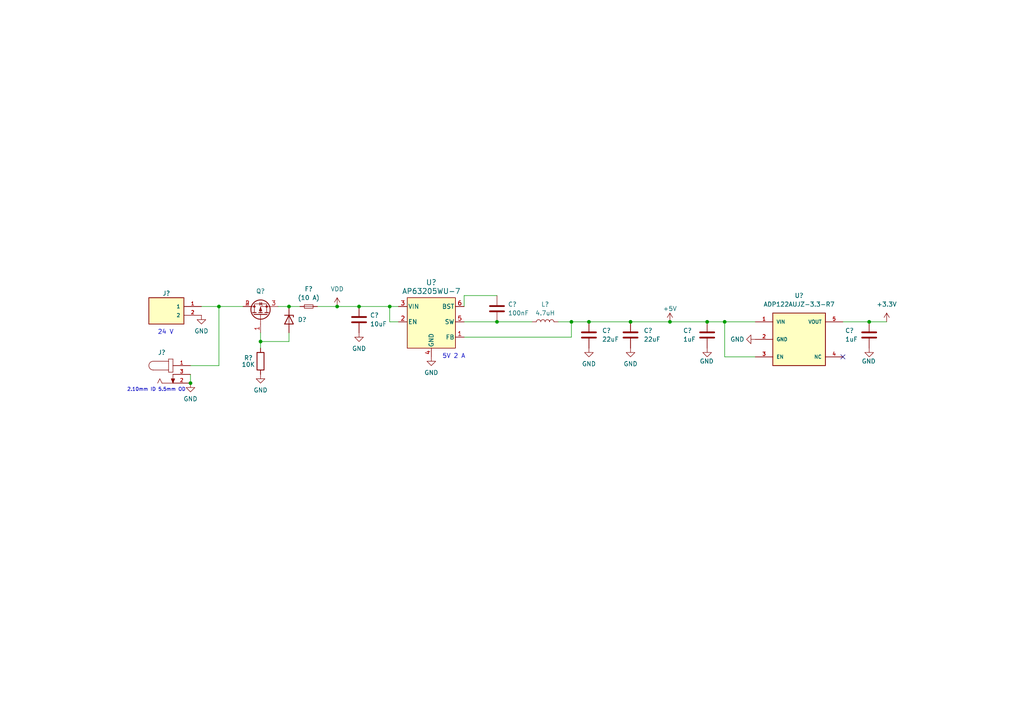
<source format=kicad_sch>
(kicad_sch (version 20230121) (generator eeschema)
  (paper "A4")
  (lib_symbols
    (symbol "Device:C" (pin_numbers hide) (pin_names (offset 0.254))
      (property "Reference" "C" (at 0.635 2.54 0))
      (property "Value" "C" (at 0.635 -2.54 0))
      (symbol "C_0_1"
        (polyline (pts (xy -2.032 -0.762) (xy 2.032 -0.762)) (stroke (width 0.508)))
        (polyline (pts (xy -2.032 0.762) (xy 2.032 0.762)) (stroke (width 0.508)))
      )
      (symbol "C_1_1"
        (pin passive line (at 0 3.81 270) (length 2.794) (name "~") (number "1"))
        (pin passive line (at 0 -3.81 90) (length 2.794) (name "~") (number "2"))
      )
    )
    (symbol "Device:D_Zener" (pin_numbers hide) (pin_names (offset 1.016) hide)
      (property "Reference" "D" (at 0 2.54 0))
      (property "Value" "D_Zener" (at 0 -2.54 0))
      (symbol "D_Zener_0_1"
        (polyline (pts (xy 1.27 0) (xy -1.27 0)))
        (polyline (pts (xy -1.27 -1.27) (xy -1.27 1.27) (xy -0.762 1.27)) (stroke (width 0.254)))
        (polyline (pts (xy 1.27 -1.27) (xy 1.27 1.27) (xy -1.27 0) (xy 1.27 -1.27)) (stroke (width 0.254)))
      )
      (symbol "D_Zener_1_1"
        (pin passive line (at -3.81 0 0) (length 2.54) (name "K") (number "1"))
        (pin passive line (at 3.81 0 180) (length 2.54) (name "A") (number "2"))
      )
    )
    (symbol "Device:Fuse_Small" (pin_numbers hide) (pin_names (offset 0.254) hide)
      (property "Reference" "F" (at 0 -1.524 0))
      (property "Value" "Fuse_Small" (at 0 1.524 0))
      (symbol "Fuse_Small_0_1"
        (rectangle (start -1.27 0.508) (end 1.27 -0.508))
        (polyline (pts (xy -1.27 0) (xy 1.27 0)))
      )
      (symbol "Fuse_Small_1_1"
        (pin passive line (at -2.54 0 0) (length 1.27) (name "~") (number "1"))
        (pin passive line (at 2.54 0 180) (length 1.27) (name "~") (number "2"))
      )
    )
    (symbol "Device:L" (pin_numbers hide) (pin_names (offset 1.016) hide)
      (property "Reference" "L" (at -1.27 0 90))
      (property "Value" "L" (at 1.905 0 90))
      (symbol "L_0_1"
        (arc (start 0 -2.54) (mid 0.6323 -1.905) (end 0 -1.27))
        (arc (start 0 -1.27) (mid 0.6323 -0.635) (end 0 0))
        (arc (start 0 0) (mid 0.6323 0.635) (end 0 1.27))
        (arc (start 0 1.27) (mid 0.6323 1.905) (end 0 2.54))
      )
      (symbol "L_1_1"
        (pin passive line (at 0 3.81 270) (length 1.27) (name "1") (number "1"))
        (pin passive line (at 0 -3.81 90) (length 1.27) (name "2") (number "2"))
      )
    )
    (symbol "Device:R" (pin_numbers hide) (pin_names (offset 0))
      (property "Reference" "R" (at 2.032 0 90))
      (property "Value" "R" (at 0 0 90))
      (symbol "R_0_1"
        (rectangle (start -1.016 -2.54) (end 1.016 2.54) (stroke (width 0.254)))
      )
      (symbol "R_1_1"
        (pin passive line (at 0 3.81 270) (length 1.27) (name "~") (number "1"))
        (pin passive line (at 0 -3.81 90) (length 1.27) (name "~") (number "2"))
      )
    )
    (symbol "connectors:PJ-002A" (pin_names (offset 1.016))
      (property "Reference" "J" (at -7.6212 5.0808 0))
      (property "Value" "PJ-002A" (at -7.6324 -5.0882 0))
      (symbol "PJ-002A_0_0"
        (arc (start -5.715 3.81) (mid -6.9795 2.54) (end -5.715 1.27) (stroke (width 0.1524)))
        (polyline (pts (xy -5.715 3.81) (xy -1.27 3.81)) (stroke (width 0.1524)))
        (polyline (pts (xy -3.81 -1.27) (xy -4.445 -2.54)) (stroke (width 0.1524)))
        (polyline (pts (xy -3.175 -2.54) (xy -3.81 -1.27)) (stroke (width 0.1524)))
        (polyline (pts (xy -1.27 0.635) (xy 0 0.635)) (stroke (width 0.1524)))
        (polyline (pts (xy -1.27 1.27) (xy -5.715 1.27)) (stroke (width 0.1524)))
        (polyline (pts (xy -1.27 1.27) (xy -1.27 0.635)) (stroke (width 0.1524)))
        (polyline (pts (xy -1.27 3.81) (xy -1.27 1.27)) (stroke (width 0.1524)))
        (polyline (pts (xy -1.27 4.445) (xy -1.27 3.81)) (stroke (width 0.1524)))
        (polyline (pts (xy 0 -2.54) (xy -3.175 -2.54)) (stroke (width 0.1524)))
        (polyline (pts (xy 0 0) (xy 0 -2.54)) (stroke (width 0.1524)))
        (polyline (pts (xy 0 0.635) (xy 0 4.445)) (stroke (width 0.1524)))
        (polyline (pts (xy 0 4.445) (xy -1.27 4.445)) (stroke (width 0.1524)))
        (polyline (pts (xy 0 -2.54) (xy -0.508 -1.27) (xy 0.508 -1.27) (xy 0 -2.54)) (stroke (width 0.1524)) (fill (type outline)))
        (pin passive line (at 5.08 2.54 180) (length 5.08) (name "~") (number "1"))
        (pin passive line (at 5.08 -2.54 180) (length 5.08) (name "~") (number "2"))
        (pin passive line (at 5.08 0 180) (length 5.08) (name "~") (number "3"))
      )
    )
    (symbol "connectors:TBP02R2-381-02BE" (pin_names (offset 1.016))
      (property "Reference" "J" (at -5.58 5.08 0))
      (property "Value" "TBP02R2-381-02BE" (at -5.08 -5.08 0))
      (symbol "TBP02R2-381-02BE_0_0"
        (rectangle (start -5.08 -2.54) (end 5.08 5.08) (stroke (width 0.254)) (fill (type background)))
        (pin passive line (at -10.16 2.54 0) (length 5.08) (name "1") (number "1"))
        (pin passive line (at -10.16 0 0) (length 5.08) (name "2") (number "2"))
      )
    )
    (symbol "ldo:ADP122AUJZ-3.3-R7" (pin_names (offset 1.016))
      (property "Reference" "U" (at 0 0 0))
      (property "Value" "ADP122AUJZ-3.3-R7" (at 0 0 0))
      (symbol "ADP122AUJZ-3.3-R7_0_0"
        (rectangle (start -5.08 -5.08) (end 10.16 10.16) (stroke (width 0.254)) (fill (type background)))
        (pin bidirectional line (at -10.16 7.62 0) (length 5.08) (name "VIN") (number "1"))
        (pin bidirectional line (at -10.16 2.54 0) (length 5.08) (name "GND") (number "2"))
        (pin bidirectional line (at -10.16 -2.54 0) (length 5.08) (name "EN") (number "3"))
        (pin bidirectional line (at 15.24 -2.54 180) (length 5.08) (name "NC") (number "4"))
        (pin bidirectional line (at 15.24 7.62 180) (length 5.08) (name "VOUT") (number "5"))
      )
    )
    (symbol "ldo:AP63205WU-7" (pin_names (offset 0.254))
      (property "Reference" "U" (at 20.32 10.16 0))
      (property "Value" "AP63205WU-7" (at 20.32 7.62 0))
      (symbol "AP63205WU-7_1_1"
        (rectangle (start 6.985 5.08) (end 20.955 -9.525) (stroke (width 0.2)) (fill (type background)))
        (pin input line (at 23.495 -6.35 180) (length 2.54) (name "FB") (number "1"))
        (pin input line (at 4.445 -1.905 0) (length 2.54) (name "EN") (number "2"))
        (pin power_in line (at 4.445 2.54 0) (length 2.54) (name "VIN") (number "3"))
        (pin power_out line (at 13.97 -12.065 90) (length 2.54) (name "GND") (number "4"))
        (pin output line (at 23.495 -1.905 180) (length 2.54) (name "SW") (number "5"))
        (pin input line (at 23.495 2.54 180) (length 2.54) (name "BST") (number "6"))
      )
    )
    (symbol "mosfets:DMP6023LE"
      (property "Reference" "Q" (at 0 0 0))
      (symbol "DMP6023LE_0_1"
        (polyline (pts (xy 3.429 -3.175) (xy 0.635 -3.175)))
        (polyline (pts (xy 3.429 -1.27) (xy 3.429 -5.08)) (stroke (width 0.254)))
        (polyline (pts (xy 3.937 -4.445) (xy 3.937 -5.461)) (stroke (width 0.254)))
        (polyline (pts (xy 3.937 -2.667) (xy 3.937 -3.683)) (stroke (width 0.254)))
        (polyline (pts (xy 3.937 -0.889) (xy 3.937 -1.905)) (stroke (width 0.254)))
        (polyline (pts (xy 5.715 -0.635) (xy 5.715 -1.397)))
        (polyline (pts (xy 5.715 -5.715) (xy 5.715 -3.175) (xy 3.937 -3.175)))
        (polyline (pts (xy 3.937 -1.397) (xy 6.477 -1.397) (xy 6.477 -4.953) (xy 3.937 -4.953)))
        (polyline (pts (xy 5.461 -3.175) (xy 4.445 -2.794) (xy 4.445 -3.556) (xy 5.461 -3.175)) (fill (type outline)))
        (polyline (pts (xy 5.969 -3.683) (xy 6.096 -3.556) (xy 6.858 -3.556) (xy 6.985 -3.429)))
        (polyline (pts (xy 6.477 -3.556) (xy 6.096 -2.921) (xy 6.858 -2.921) (xy 6.477 -3.556)))
        (circle (center 4.826 -3.175) (radius 2.794) (stroke (width 0.254)))
        (circle (center 5.715 -4.953) (radius 0.254) (fill (type outline)))
        (circle (center 5.715 -1.397) (radius 0.254) (fill (type outline)))
      )
      (symbol "DMP6023LE_1_1"
        (pin input line (at -1.905 -3.175 0) (length 2.54) (name "") (number "1"))
        (pin passive line (at 5.715 1.905 270) (length 2.54) (name "") (number "2"))
        (pin passive line (at 5.715 -8.255 90) (length 2.54) (name "") (number "3"))
        (pin passive line (at 5.715 -8.255 90) (length 2.54) hide (name "S") (number "3"))
        (pin passive line (at 5.715 -8.255 90) (length 2.54) hide (name "S") (number "3"))
        (pin passive line (at 5.715 1.905 270) (length 2.54) (name "") (number "4"))
      )
    )
    (symbol "power:+3.3V" (power) (pin_names (offset 0))
      (property "Value" "+3.3V" (at 0 3.556 0))
      (symbol "+3.3V_0_1"
        (polyline (pts (xy -0.762 1.27) (xy 0 2.54)))
        (polyline (pts (xy 0 0) (xy 0 2.54)))
        (polyline (pts (xy 0 2.54) (xy 0.762 1.27)))
      )
      (symbol "+3.3V_1_1"
        (pin power_in line (at 0 0 90) (length 0) hide (name "+3.3V") (number "1"))
      )
    )
    (symbol "power:+5V" (power) (pin_names (offset 0))
      (property "Value" "+5V" (at 0 3.556 0))
      (symbol "+5V_0_1"
        (polyline (pts (xy -0.762 1.27) (xy 0 2.54)))
        (polyline (pts (xy 0 0) (xy 0 2.54)))
        (polyline (pts (xy 0 2.54) (xy 0.762 1.27)))
      )
      (symbol "+5V_1_1"
        (pin power_in line (at 0 0 90) (length 0) hide (name "+5V") (number "1"))
      )
    )
    (symbol "power:GND" (power) (pin_names (offset 0))
      (property "Value" "GND" (at 0 -3.81 0))
      (symbol "GND_0_1"
        (polyline (pts (xy 0 0) (xy 0 -1.27) (xy 1.27 -1.27) (xy 0 -2.54) (xy -1.27 -1.27) (xy 0 -1.27)))
      )
      (symbol "GND_1_1"
        (pin power_in line (at 0 0 270) (length 0) hide (name "GND") (number "1"))
      )
    )
    (symbol "power:VDD" (power) (pin_names (offset 0))
      (property "Value" "VDD" (at 0 3.81 0))
      (symbol "VDD_0_1"
        (polyline (pts (xy -0.762 1.27) (xy 0 2.54)))
        (polyline (pts (xy 0 0) (xy 0 2.54)))
        (polyline (pts (xy 0 2.54) (xy 0.762 1.27)))
      )
      (symbol "VDD_1_1"
        (pin power_in line (at 0 0 90) (length 0) hide (name "VDD") (number "1"))
      )
    )
  )
  (junction (at 144.145 93.345))
  (junction (at 170.815 93.345))
  (junction (at 113.03 88.9))
  (junction (at 83.82 88.9))
  (junction (at 75.565 99.06))
  (junction (at 210.185 93.345))
  (junction (at 252.095 93.345))
  (junction (at 63.5 88.9))
  (junction (at 205.105 93.345))
  (junction (at 194.31 93.345))
  (junction (at 165.735 93.345))
  (junction (at 55.245 111.125))
  (junction (at 104.14 88.9))
  (junction (at 97.79 88.9))
  (junction (at 182.88 93.345))
  (no_connect (at 244.475 103.505))
  (wire (pts (xy 113.03 93.345) (xy 113.03 88.9)))
  (wire (pts (xy 252.095 93.345) (xy 257.175 93.345)))
  (wire (pts (xy 92.075 88.9) (xy 97.79 88.9)))
  (wire (pts (xy 55.245 108.585) (xy 55.245 111.125)))
  (wire (pts (xy 244.475 93.345) (xy 252.095 93.345)))
  (wire (pts (xy 161.925 93.345) (xy 165.735 93.345)))
  (wire (pts (xy 182.88 93.345) (xy 194.31 93.345)))
  (wire (pts (xy 144.145 93.345) (xy 154.305 93.345)))
  (wire (pts (xy 210.185 103.505) (xy 210.185 93.345)))
  (wire (pts (xy 113.03 88.9) (xy 104.14 88.9)))
  (wire (pts (xy 165.735 93.345) (xy 170.815 93.345)))
  (wire (pts (xy 210.185 93.345) (xy 219.075 93.345)))
  (wire (pts (xy 80.645 88.9) (xy 83.82 88.9)))
  (wire (pts (xy 115.57 93.345) (xy 113.03 93.345)))
  (wire (pts (xy 134.62 85.725) (xy 144.145 85.725)))
  (wire (pts (xy 75.565 99.06) (xy 75.565 100.965)))
  (wire (pts (xy 58.42 88.9) (xy 63.5 88.9)))
  (wire (pts (xy 134.62 93.345) (xy 144.145 93.345)))
  (wire (pts (xy 83.82 88.9) (xy 86.995 88.9)))
  (wire (pts (xy 219.075 103.505) (xy 210.185 103.505)))
  (wire (pts (xy 63.5 88.9) (xy 70.485 88.9)))
  (wire (pts (xy 97.79 88.9) (xy 104.14 88.9)))
  (wire (pts (xy 165.735 93.345) (xy 165.735 97.79)))
  (wire (pts (xy 75.565 96.52) (xy 75.565 99.06)))
  (wire (pts (xy 75.565 99.06) (xy 83.82 99.06)))
  (wire (pts (xy 205.105 93.345) (xy 210.185 93.345)))
  (wire (pts (xy 55.245 106.045) (xy 63.5 106.045)))
  (wire (pts (xy 115.57 88.9) (xy 113.03 88.9)))
  (wire (pts (xy 63.5 106.045) (xy 63.5 88.9)))
  (wire (pts (xy 134.62 88.9) (xy 134.62 85.725)))
  (wire (pts (xy 165.735 97.79) (xy 134.62 97.79)))
  (wire (pts (xy 194.31 93.345) (xy 205.105 93.345)))
  (wire (pts (xy 83.82 96.52) (xy 83.82 99.06)))
  (wire (pts (xy 170.815 93.345) (xy 182.88 93.345)))
  (text "24 V" (at 45.72 97.155 0) (effects (font (size 1.27 1.27)) (justify left bottom)))
  (text "5V 2 A" (at 128.27 104.14 0) (effects (font (size 1.27 1.27)) (justify left bottom)))
  (text "2.10mm ID 5.5mm OD" (at 36.83 113.665 0) (effects (font (size 1 1)) (justify left bottom)))
  (symbol (lib_id "Device:R") (at 75.565 104.775 180) (unit 1)
    (property "Reference" "R?" (at 73.3425 103.8225 0) (effects (justify left)))
    (property "Value" "10K" (at 73.9775 105.7275 0) (effects (justify left)))
    (property "Footprint" "Resistor_SMD:R_0805_2012Metric" (effects hide))
    (instances (project "phenobottle" (path "" (reference "R?") (unit 1)) (path "" (reference "R?") (unit 1))) (project "open-jip" (path "" (reference "R2") (unit 1))) (project "u-nit" (path "" (reference "R2") (unit 1))) (project "blackbox" (path "" (reference "R1") (unit 1))))
  )
  (symbol (lib_id "Device:D_Zener") (at 83.82 92.71 270) (unit 1)
    (property "Reference" "D?" (at 86.36 92.71 90) (effects (justify left)))
    (property "Value" "D_Zener" (effects hide))
    (property "Footprint" "diodes:MMSZ4700T1G" (effects hide))
    (instances (project "phenobottle" (path "" (reference "D?") (unit 1)) (path "" (reference "D?") (unit 1))) (project "open-jip" (path "" (reference "D1") (unit 1))) (project "u-nit" (path "" (reference "D1") (unit 1))))
  )
  (symbol (lib_id "power:GND") (at 252.095 100.965 0) (unit 1)
    (property "Reference" "#PWR?" (effects hide))
    (property "Value" "GND" (at 254 104.775 0) (effects (justify right)))
    (instances (project "phenobottle" (path "" (reference "#PWR?") (unit 1)) (path "" (reference "#PWR061") (unit 1))) (project "open-jip" (path "" (reference "#PWR030") (unit 1))) (project "u-nit" (path "" (reference "#PWR042") (unit 1))) (project "blackbox" (path "" (reference "#PWR011") (unit 1))))
  )
  (symbol (lib_id "Device:C") (at 170.815 97.155 0) (unit 1)
    (property "Reference" "C?" (at 174.625 95.885 0) (effects (justify left)))
    (property "Value" "22uF" (at 174.625 98.425 0) (effects (justify left)))
    (property "Footprint" "Capacitor_SMD:C_0805_2012Metric" (effects hide))
    (instances (project "phenobottle" (path "" (reference "C?") (unit 1))) (project "open-jip" (path "" (reference "C11") (unit 1))) (project "u-nit" (path "" (reference "C8") (unit 1))) (project "blackbox" (path "" (reference "C6") (unit 1))))
  )
  (symbol (lib_id "Device:C") (at 144.145 89.535 0) (unit 1)
    (property "Reference" "C?" (at 147.32 88.265 0) (effects (justify left)))
    (property "Value" "100nF" (at 147.32 90.805 0) (effects (justify left)))
    (property "Footprint" "Capacitor_SMD:C_0805_2012Metric" (effects hide))
    (instances (project "phenobottle" (path "" (reference "C?") (unit 1))) (project "open-jip" (path "" (reference "C10") (unit 1))) (project "u-nit" (path "" (reference "C2") (unit 1))) (project "blackbox" (path "" (reference "C4") (unit 1))))
  )
  (symbol (lib_id "Device:L") (at 158.115 93.345 90) (unit 1)
    (property "Reference" "L?" (at 158.115 88.265 90))
    (property "Value" "4.7uH" (at 158.115 90.805 90))
    (property "Footprint" "Inductor_SMD:L_Bourns_SRN8040TA" (effects hide))
    (property "Part" "SRN8040-4R7Y" (effects hide))
    (instances (project "phenobottle" (path "" (reference "L?") (unit 1))) (project "open-jip" (path "" (reference "L1") (unit 1))))
  )
  (symbol (lib_id "power:GND") (at 205.105 100.965 0) (unit 1)
    (property "Reference" "#PWR?" (effects hide))
    (property "Value" "GND" (at 207.01 104.775 0) (effects (justify right)))
    (instances (project "phenobottle" (path "" (reference "#PWR?") (unit 1)) (path "" (reference "#PWR059") (unit 1))) (project "open-jip" (path "" (reference "#PWR028") (unit 1))) (project "u-nit" (path "" (reference "#PWR031") (unit 1))) (project "blackbox" (path "" (reference "#PWR011") (unit 1))))
  )
  (symbol (lib_id "power:GND") (at 55.245 111.125 0) (unit 1)
    (property "Reference" "#PWR?" (effects hide))
    (property "Value" "GND" (at 55.245 115.697 0))
    (instances (project "phenobottle" (path "" (reference "#PWR?") (unit 1)) (path "" (reference "#PWR035") (unit 1))) (project "open-jip" (path "" (reference "#PWR019") (unit 1))) (project "u-nit" (path "" (reference "#PWR03") (unit 1))) (project "blackbox" (path "" (reference "#PWR012") (unit 1))))
  )
  (symbol (lib_id "power:+5V") (at 194.31 93.345 0) (unit 1)
    (property "Reference" "#PWR?" (effects hide))
    (property "Value" "+5V" (at 194.31 89.535 0))
    (instances (project "phenobottle" (path "" (reference "#PWR?") (unit 1)) (path "" (reference "#PWR058") (unit 1))) (project "open-jip" (path "" (reference "#PWR027") (unit 1))) (project "u-nit" (path "" (reference "#PWR024") (unit 1))))
  )
  (symbol (lib_id "connectors:TBP02R2-381-02BE") (at 48.26 91.44 0) (mirror y) (unit 1)
    (property "Reference" "J?" (at 48.26 85.09 0))
    (property "Value" "TBP02R2-381-02BE" (effects hide))
    (property "Footprint" "connectors:TBP02R2-381-02BE" (effects hide))
    (property "MF" "CUI Devices" (effects hide))
    (property "Description" "2~24 Poles, Pluggable, Receptacle, Vertical, 3.81 Pitch, Terminal Block Connector" (effects hide))
    (property "Package" "None" (effects hide))
    (property "Price" "None" (effects hide))
    (property "Check_prices" "https://www.snapeda.com/parts/TBP02R2-381-02BE/CUI+Devices/view-part/?ref=eda" (effects hide))
    (property "STANDARD" "Manufacturer Recommendations" (effects hide))
    (property "SnapEDA_Link" "https://www.snapeda.com/parts/TBP02R2-381-02BE/CUI+Devices/view-part/?ref=snap" (effects hide))
    (property "MP" "TBP02R2-381-02BE" (effects hide))
    (property "Purchase-URL" "https://pricing.snapeda.com/search?q=TBP02R2-381-02BE&ref=eda" (effects hide))
    (property "CUI_purchase_URL" "https://www.cuidevices.com/product/interconnect/connectors/terminal-blocks/tbp02r2-381-series?utm_source=snapeda.com&utm_medium=referral&utm_campaign=snapedaBOM" (effects hide))
    (property "Availability" "In Stock" (effects hide))
    (property "MANUFACTURER" "CUI" (effects hide))
    (instances (project "phenobottle" (path "" (reference "J?") (unit 1)) (path "" (reference "J?") (unit 1))) (project "open-jip" (path "" (reference "J2") (unit 1))) (project "u-nit" (path "" (reference "J1") (unit 1))))
  )
  (symbol (lib_id "power:GND") (at 125.095 103.505 0) (unit 1)
    (property "Reference" "#PWR0107" (effects hide))
    (property "Value" "GND" (at 125.095 108.077 0))
    (instances (project "phenobottle" (path "" (reference "#PWR0107") (unit 1))) (project "open-jip" (path "" (reference "#PWR024") (unit 1))) (project "u-nit" (path "" (reference "#PWR016") (unit 1))) (project "blackbox" (path "" (reference "#PWR012") (unit 1))))
  )
  (symbol (lib_id "power:+3.3V") (at 257.175 93.345 0) (unit 1)
    (property "Reference" "#PWR?" (effects hide))
    (property "Value" "+3.3V" (at 257.175 88.265 0))
    (instances (project "phenobottle" (path "" (reference "#PWR?") (unit 1)) (path "" (reference "#PWR062") (unit 1))) (project "open-jip" (path "" (reference "#PWR031") (unit 1))) (project "u-nit" (path "" (reference "#PWR044") (unit 1))))
  )
  (symbol (lib_id "ldo:ADP122AUJZ-3.3-R7") (at 229.235 100.965 0) (unit 1)
    (property "Reference" "U?" (at 231.775 85.725 0))
    (property "Value" "ADP122AUJZ-3.3-R7" (at 231.775 88.265 0))
    (property "Footprint" "ldo:ADP122AUJZ-3.3-R7" (effects hide))
    (property "MF" "Analog Devices" (effects hide))
    (property "Description" "\n5.5 V Input, 300 mA, Low Quiescent Current, CMOS Linear Regulator, Fixed Output Voltage\n" (effects hide))
    (property "Package" "TSOT-5 Analog Devices" (effects hide))
    (property "Price" "None" (effects hide))
    (property "SnapEDA_Link" "https://www.snapeda.com/parts/ADP122AUJZ-3.3-R7/Analog+Devices/view-part/?ref=snap" (effects hide))
    (property "MP" "ADP122AUJZ-3.3-R7" (effects hide))
    (property "Purchase-URL" "https://pricing.snapeda.com/search?q=ADP122AUJZ-3.3-R7&ref=eda" (effects hide))
    (property "Availability" "In Stock" (effects hide))
    (property "Check_prices" "https://www.snapeda.com/parts/ADP122AUJZ-3.3-R7/Analog+Devices/view-part/?ref=eda" (effects hide))
    (instances (project "phenobottle" (path "" (reference "U?") (unit 1)) (path "" (reference "U?") (unit 1))) (project "open-jip" (path "" (reference "U3") (unit 1))) (project "u-nit" (path "" (reference "U3") (unit 1))))
  )
  (symbol (lib_id "power:GND") (at 170.815 100.965 0) (unit 1)
    (property "Reference" "#PWR0108" (effects hide))
    (property "Value" "GND" (at 170.815 105.537 0))
    (instances (project "phenobottle" (path "" (reference "#PWR0108") (unit 1))) (project "open-jip" (path "" (reference "#PWR025") (unit 1))) (project "u-nit" (path "" (reference "#PWR016") (unit 1))) (project "blackbox" (path "" (reference "#PWR012") (unit 1))))
  )
  (symbol (lib_id "Device:Fuse_Small") (at 89.535 88.9 180) (unit 1)
    (property "Reference" "F?" (at 89.535 83.82 0))
    (property "Value" "(10 A)" (at 89.535 86.36 0))
    (property "Footprint" "fuses:0154010.DRL" (effects hide))
    (property "Part" "0154010.DRL" (effects hide))
    (instances (project "phenobottle" (path "" (reference "F?") (unit 1)) (path "" (reference "F?") (unit 1))) (project "open-jip" (path "" (reference "F1") (unit 1))) (project "u-nit" (path "" (reference "F1") (unit 1))))
  )
  (symbol (lib_id "power:VDD") (at 97.79 88.9 0) (unit 1)
    (property "Reference" "#PWR080" (effects hide))
    (property "Value" "VDD" (at 97.79 83.82 0))
    (instances (project "phenobottle" (path "" (reference "#PWR080") (unit 1))) (project "open-jip" (path "" (reference "#PWR022") (unit 1))) (project "u-nit" (path "" (reference "#PWR011") (unit 1))))
  )
  (symbol (lib_id "power:GND") (at 219.075 98.425 270) (unit 1)
    (property "Reference" "#PWR?" (effects hide))
    (property "Value" "GND" (at 215.9 98.425 90) (effects (justify right)))
    (instances (project "phenobottle" (path "" (reference "#PWR?") (unit 1)) (path "" (reference "#PWR060") (unit 1))) (project "open-jip" (path "" (reference "#PWR029") (unit 1))) (project "u-nit" (path "" (reference "#PWR034") (unit 1))) (project "blackbox" (path "" (reference "#PWR011") (unit 1))))
  )
  (symbol (lib_id "Device:C") (at 104.14 92.71 0) (unit 1)
    (property "Reference" "C?" (at 107.315 91.44 0) (effects (justify left)))
    (property "Value" "10uF" (at 107.315 93.98 0) (effects (justify left)))
    (property "Footprint" "Capacitor_SMD:C_0805_2012Metric" (effects hide))
    (instances (project "phenobottle" (path "" (reference "C?") (unit 1))) (project "open-jip" (path "" (reference "C9") (unit 1))) (project "u-nit" (path "" (reference "C2") (unit 1))) (project "blackbox" (path "" (reference "C4") (unit 1))))
  )
  (symbol (lib_id "Device:C") (at 205.105 97.155 0) (unit 1)
    (property "Reference" "C?" (at 198.12 95.885 0) (effects (justify left)))
    (property "Value" "1uF" (at 198.12 98.425 0) (effects (justify left)))
    (property "Footprint" "Capacitor_SMD:C_0805_2012Metric" (effects hide))
    (instances (project "phenobottle" (path "" (reference "C?") (unit 1)) (path "" (reference "C?") (unit 1))) (project "open-jip" (path "" (reference "C13") (unit 1))) (project "u-nit" (path "" (reference "C10") (unit 1))) (project "blackbox" (path "" (reference "C6") (unit 1))))
  )
  (symbol (lib_id "connectors:PJ-002A") (at 50.165 108.585 0) (unit 1)
    (property "Reference" "J?" (at 46.9292 102.235 0))
    (property "Value" "PJ-002A" (effects hide))
    (property "Footprint" "connectors:PJ-002A" (effects hide))
    (property "MF" "CUI Devices" (effects hide))
    (property "Description" "2.0 x 6.5 mm, 2.5 A, Horizontal, Through Hole, Dc Power Jack Connector" (effects hide))
    (property "Package" "None" (effects hide))
    (property "Price" "None" (effects hide))
    (property "Check_prices" "https://www.snapeda.com/parts/PJ-002A/CUI+Devices/view-part/?ref=eda" (effects hide))
    (property "STANDARD" "Manufacturer recommendations" (effects hide))
    (property "SnapEDA_Link" "https://www.snapeda.com/parts/PJ-002A/CUI+Devices/view-part/?ref=snap" (effects hide))
    (property "MP" "PJ-002A" (effects hide))
    (property "Purchase-URL" "https://pricing.snapeda.com/search?q=PJ-002A&ref=eda" (effects hide))
    (property "CUI_purchase_URL" "https://www.cuidevices.com/product/interconnect/connectors/dc-power-connectors/jacks/pj-002a?utm_source=snapeda.com&utm_medium=referral&utm_campaign=snapedaBOM" (effects hide))
    (property "Availability" "In Stock" (effects hide))
    (property "MANUFACTURER" "CUI INC" (effects hide))
    (instances (project "phenobottle" (path "" (reference "J?") (unit 1)) (path "" (reference "J?") (unit 1))) (project "open-jip" (path "" (reference "J3") (unit 1))) (project "u-nit" (path "" (reference "J2") (unit 1))))
  )
  (symbol (lib_id "Device:C") (at 252.095 97.155 0) (unit 1)
    (property "Reference" "C?" (at 245.11 95.885 0) (effects (justify left)))
    (property "Value" "1uF" (at 245.11 98.425 0) (effects (justify left)))
    (property "Footprint" "Capacitor_SMD:C_0805_2012Metric" (effects hide))
    (instances (project "phenobottle" (path "" (reference "C?") (unit 1)) (path "" (reference "C?") (unit 1))) (project "open-jip" (path "" (reference "C14") (unit 1))) (project "u-nit" (path "" (reference "C14") (unit 1))) (project "blackbox" (path "" (reference "C6") (unit 1))))
  )
  (symbol (lib_id "Device:C") (at 182.88 97.155 0) (unit 1)
    (property "Reference" "C?" (at 186.69 95.885 0) (effects (justify left)))
    (property "Value" "22uF" (at 186.69 98.425 0) (effects (justify left)))
    (property "Footprint" "Capacitor_SMD:C_0805_2012Metric" (effects hide))
    (instances (project "phenobottle" (path "" (reference "C?") (unit 1))) (project "open-jip" (path "" (reference "C12") (unit 1))) (project "u-nit" (path "" (reference "C8") (unit 1))) (project "blackbox" (path "" (reference "C6") (unit 1))))
  )
  (symbol (lib_id "power:GND") (at 58.42 91.44 0) (unit 1)
    (property "Reference" "#PWR?" (effects hide))
    (property "Value" "GND" (at 58.42 96.012 0))
    (instances (project "phenobottle" (path "" (reference "#PWR?") (unit 1)) (path "" (reference "#PWR037") (unit 1))) (project "open-jip" (path "" (reference "#PWR020") (unit 1))) (project "u-nit" (path "" (reference "#PWR04") (unit 1))) (project "blackbox" (path "" (reference "#PWR012") (unit 1))))
  )
  (symbol (lib_id "power:GND") (at 104.14 96.52 0) (unit 1)
    (property "Reference" "#PWR0106" (effects hide))
    (property "Value" "GND" (at 104.14 101.092 0))
    (instances (project "phenobottle" (path "" (reference "#PWR0106") (unit 1))) (project "open-jip" (path "" (reference "#PWR023") (unit 1))) (project "u-nit" (path "" (reference "#PWR08") (unit 1))) (project "blackbox" (path "" (reference "#PWR012") (unit 1))))
  )
  (symbol (lib_id "mosfets:DMP6023LE") (at 72.39 94.615 90) (unit 1)
    (property "Reference" "Q?" (at 75.565 84.455 90))
    (property "Value" "DMP6023LE-13" (effects hide))
    (property "Footprint" "mosfets:DMP6023LE-13" (effects hide))
    (instances (project "phenobottle" (path "" (reference "Q?") (unit 1)) (path "" (reference "Q?") (unit 1))) (project "open-jip" (path "" (reference "Q1") (unit 1))) (project "u-nit" (path "" (reference "Q1") (unit 1))))
  )
  (symbol (lib_id "ldo:AP63205WU-7") (at 111.125 91.44 0) (unit 1)
    (property "Reference" "U?" (at 125.095 81.915 0) (effects (font (size 1.524 1.524))))
    (property "Value" "AP63205WU-7" (at 125.095 84.455 0) (effects (font (size 1.524 1.524))))
    (property "Footprint" "ldo:AP63205WU-7" (effects hide))
    (property "Datasheet" "AP63205WU-7" (effects hide))
    (instances (project "phenobottle" (path "" (reference "U?") (unit 1))) (project "open-jip" (path "" (reference "U2") (unit 1))))
  )
  (symbol (lib_id "power:GND") (at 75.565 108.585 0) (unit 1)
    (property "Reference" "#PWR?" (effects hide))
    (property "Value" "GND" (at 75.565 113.157 0))
    (instances (project "phenobottle" (path "" (reference "#PWR?") (unit 1)) (path "" (reference "#PWR039") (unit 1))) (project "open-jip" (path "" (reference "#PWR021") (unit 1))) (project "u-nit" (path "" (reference "#PWR05") (unit 1))) (project "blackbox" (path "" (reference "#PWR011") (unit 1))))
  )
  (symbol (lib_id "power:GND") (at 182.88 100.965 0) (unit 1)
    (property "Reference" "#PWR0109" (effects hide))
    (property "Value" "GND" (at 182.88 105.537 0))
    (instances (project "phenobottle" (path "" (reference "#PWR0109") (unit 1))) (project "open-jip" (path "" (reference "#PWR026") (unit 1))) (project "u-nit" (path "" (reference "#PWR016") (unit 1))) (project "blackbox" (path "" (reference "#PWR012") (unit 1))))
  )
)
</source>
